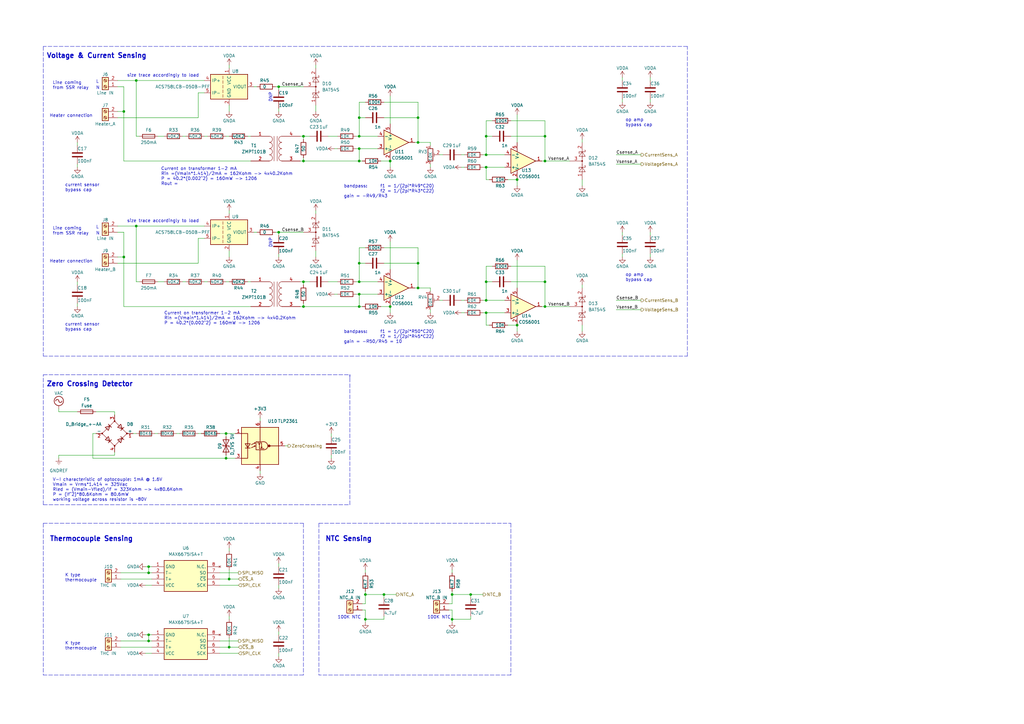
<source format=kicad_sch>
(kicad_sch (version 20211123) (generator eeschema)
  (paper "A3")
  (title_block (title "Reflow Controller"))
  (junction (at 160.02 66.04))
  (junction (at 93.98 265.43))
  (junction (at 199.39 68.58))
  (junction (at 160.02 125.73))
  (junction (at 114.3 95.25))
  (junction (at 147.32 107.95))
  (junction (at 171.45 58.42))
  (junction (at 149.86 243.84))
  (junction (at 199.39 123.19))
  (junction (at 212.09 73.66))
  (junction (at 185.42 243.84))
  (junction (at 223.52 115.57))
  (junction (at 171.45 118.11))
  (junction (at 147.32 66.04))
  (junction (at 114.3 35.56))
  (junction (at 92.71 177.8))
  (junction (at 147.32 125.73))
  (junction (at 199.39 55.88))
  (junction (at 60.96 262.89))
  (junction (at 60.96 234.95))
  (junction (at 147.32 120.65))
  (junction (at 185.42 254))
  (junction (at 147.32 115.57))
  (junction (at 199.39 115.57))
  (junction (at 147.32 55.88))
  (junction (at 50.8 105.41))
  (junction (at 55.88 92.71))
  (junction (at 149.86 254))
  (junction (at 223.52 66.04))
  (junction (at 124.46 125.73))
  (junction (at 199.39 128.27))
  (junction (at 193.04 243.84))
  (junction (at 212.09 133.35))
  (junction (at 124.46 66.04))
  (junction (at 50.8 45.72))
  (junction (at 60.96 260.35))
  (junction (at 223.52 125.73))
  (junction (at 93.98 237.49))
  (junction (at 124.46 115.57))
  (junction (at 60.96 232.41))
  (junction (at 157.48 243.84))
  (junction (at 171.45 48.26))
  (junction (at 55.88 33.02))
  (junction (at 171.45 107.95))
  (junction (at 124.46 55.88))
  (junction (at 147.32 48.26))
  (junction (at 223.52 55.88))
  (junction (at 92.71 187.96))
  (junction (at 199.39 63.5))
  (junction (at 147.32 60.96))
  (polyline (pts (xy 17.78 19.05) (xy 17.78 146.05)))
  (wire (pts (xy 266.7 31.75) (xy 266.7 33.02)))
  (wire (pts (xy 81.28 38.1) (xy 83.82 38.1)))
  (wire (pts (xy 50.8 105.41) (xy 50.8 125.73)))
  (polyline (pts (xy 124.46 214.63) (xy 124.46 276.86)))
  (wire (pts (xy 208.28 73.66) (xy 212.09 73.66)))
  (wire (pts (xy 184.15 250.19) (xy 185.42 250.19)))
  (polyline (pts (xy 17.78 214.63) (xy 124.46 214.63)))
  (wire (pts (xy 114.3 35.56) (xy 114.3 36.83)))
  (wire (pts (xy 147.32 125.73) (xy 148.59 125.73)))
  (wire (pts (xy 124.46 125.73) (xy 147.32 125.73)))
  (wire (pts (xy 223.52 115.57) (xy 223.52 125.73)))
  (wire (pts (xy 157.48 245.11) (xy 157.48 243.84)))
  (wire (pts (xy 223.52 115.57) (xy 209.55 115.57)))
  (wire (pts (xy 147.32 48.26) (xy 147.32 55.88)))
  (wire (pts (xy 201.93 115.57) (xy 199.39 115.57)))
  (wire (pts (xy 46.99 168.91) (xy 46.99 170.18)))
  (wire (pts (xy 64.77 55.88) (xy 67.31 55.88)))
  (wire (pts (xy 114.3 260.35) (xy 114.3 259.08)))
  (wire (pts (xy 147.32 120.65) (xy 154.94 120.65)))
  (wire (pts (xy 60.96 260.35) (xy 60.96 262.89)))
  (wire (pts (xy 146.05 60.96) (xy 147.32 60.96)))
  (wire (pts (xy 189.23 128.27) (xy 190.5 128.27)))
  (wire (pts (xy 199.39 73.66) (xy 200.66 73.66)))
  (polyline (pts (xy 143.51 207.01) (xy 143.51 153.67)))
  (polyline (pts (xy 130.81 214.63) (xy 209.55 214.63)))
  (wire (pts (xy 124.46 64.77) (xy 124.46 66.04)))
  (wire (pts (xy 223.52 109.22) (xy 223.52 115.57)))
  (wire (pts (xy 93.98 102.87) (xy 93.98 105.41)))
  (wire (pts (xy 157.48 243.84) (xy 149.86 243.84)))
  (wire (pts (xy 137.16 60.96) (xy 138.43 60.96)))
  (wire (pts (xy 93.98 224.79) (xy 93.98 226.06)))
  (wire (pts (xy 93.98 265.43) (xy 97.79 265.43)))
  (wire (pts (xy 114.3 232.41) (xy 114.3 231.14)))
  (polyline (pts (xy 17.78 153.67) (xy 143.51 153.67)))
  (wire (pts (xy 50.8 66.04) (xy 102.87 66.04)))
  (wire (pts (xy 198.12 63.5) (xy 199.39 63.5)))
  (wire (pts (xy 149.86 254) (xy 149.86 255.27)))
  (wire (pts (xy 185.42 242.57) (xy 185.42 243.84)))
  (wire (pts (xy 157.48 252.73) (xy 157.48 254)))
  (wire (pts (xy 50.8 45.72) (xy 48.26 45.72)))
  (wire (pts (xy 114.3 35.56) (xy 124.46 35.56)))
  (wire (pts (xy 255.27 104.14) (xy 255.27 105.41)))
  (wire (pts (xy 74.93 55.88) (xy 76.2 55.88)))
  (wire (pts (xy 129.54 43.18) (xy 129.54 45.72)))
  (wire (pts (xy 92.71 55.88) (xy 93.98 55.88)))
  (wire (pts (xy 93.98 43.18) (xy 93.98 45.72)))
  (wire (pts (xy 49.53 262.89) (xy 60.96 262.89)))
  (wire (pts (xy 149.86 233.68) (xy 149.86 234.95)))
  (wire (pts (xy 59.69 260.35) (xy 60.96 260.35)))
  (wire (pts (xy 157.48 41.91) (xy 171.45 41.91)))
  (wire (pts (xy 193.04 245.11) (xy 193.04 243.84)))
  (wire (pts (xy 212.09 46.99) (xy 212.09 58.42)))
  (wire (pts (xy 157.48 243.84) (xy 162.56 243.84)))
  (wire (pts (xy 50.8 35.56) (xy 50.8 45.72)))
  (wire (pts (xy 137.16 120.65) (xy 138.43 120.65)))
  (wire (pts (xy 157.48 101.6) (xy 171.45 101.6)))
  (wire (pts (xy 114.3 44.45) (xy 114.3 45.72)))
  (wire (pts (xy 104.14 95.25) (xy 105.41 95.25)))
  (wire (pts (xy 49.53 237.49) (xy 62.23 237.49)))
  (polyline (pts (xy 17.78 207.01) (xy 17.78 153.67)))
  (wire (pts (xy 198.12 128.27) (xy 199.39 128.27)))
  (polyline (pts (xy 17.78 207.01) (xy 143.51 207.01)))
  (wire (pts (xy 92.71 186.69) (xy 92.71 187.96)))
  (wire (pts (xy 59.69 240.03) (xy 62.23 240.03)))
  (wire (pts (xy 60.96 232.41) (xy 62.23 232.41)))
  (wire (pts (xy 157.48 254) (xy 149.86 254)))
  (wire (pts (xy 124.46 115.57) (xy 127 115.57)))
  (wire (pts (xy 114.3 95.25) (xy 114.3 96.52)))
  (wire (pts (xy 90.17 177.8) (xy 92.71 177.8)))
  (wire (pts (xy 223.52 55.88) (xy 223.52 66.04)))
  (wire (pts (xy 209.55 49.53) (xy 223.52 49.53)))
  (wire (pts (xy 252.73 127) (xy 262.89 127)))
  (wire (pts (xy 92.71 115.57) (xy 93.98 115.57)))
  (wire (pts (xy 185.42 247.65) (xy 184.15 247.65)))
  (wire (pts (xy 180.34 123.19) (xy 181.61 123.19)))
  (wire (pts (xy 39.37 177.8) (xy 38.1 177.8)))
  (wire (pts (xy 193.04 252.73) (xy 193.04 254)))
  (wire (pts (xy 104.14 35.56) (xy 105.41 35.56)))
  (wire (pts (xy 134.62 115.57) (xy 138.43 115.57)))
  (wire (pts (xy 38.1 187.96) (xy 92.71 187.96)))
  (wire (pts (xy 90.17 240.03) (xy 97.79 240.03)))
  (wire (pts (xy 31.75 124.46) (xy 31.75 125.73)))
  (wire (pts (xy 54.61 177.8) (xy 55.88 177.8)))
  (wire (pts (xy 147.32 101.6) (xy 147.32 107.95)))
  (wire (pts (xy 176.53 67.31) (xy 176.53 68.58)))
  (wire (pts (xy 124.46 66.04) (xy 147.32 66.04)))
  (wire (pts (xy 171.45 107.95) (xy 157.48 107.95)))
  (wire (pts (xy 198.12 123.19) (xy 199.39 123.19)))
  (wire (pts (xy 55.88 55.88) (xy 57.15 55.88)))
  (wire (pts (xy 90.17 262.89) (xy 97.79 262.89)))
  (wire (pts (xy 124.46 55.88) (xy 124.46 57.15)))
  (wire (pts (xy 266.7 40.64) (xy 266.7 41.91)))
  (wire (pts (xy 113.03 35.56) (xy 114.3 35.56)))
  (wire (pts (xy 135.89 186.69) (xy 135.89 187.96)))
  (wire (pts (xy 50.8 125.73) (xy 102.87 125.73)))
  (wire (pts (xy 208.28 133.35) (xy 212.09 133.35)))
  (wire (pts (xy 149.86 247.65) (xy 148.59 247.65)))
  (wire (pts (xy 48.26 107.95) (xy 81.28 107.95)))
  (wire (pts (xy 171.45 41.91) (xy 171.45 48.26)))
  (wire (pts (xy 170.18 58.42) (xy 171.45 58.42)))
  (wire (pts (xy 252.73 67.31) (xy 262.89 67.31)))
  (wire (pts (xy 223.52 49.53) (xy 223.52 55.88)))
  (wire (pts (xy 223.52 125.73) (xy 233.68 125.73)))
  (wire (pts (xy 176.53 118.11) (xy 176.53 119.38)))
  (wire (pts (xy 101.6 55.88) (xy 102.87 55.88)))
  (wire (pts (xy 147.32 115.57) (xy 154.94 115.57)))
  (wire (pts (xy 255.27 31.75) (xy 255.27 33.02)))
  (wire (pts (xy 185.42 250.19) (xy 185.42 254)))
  (wire (pts (xy 59.69 267.97) (xy 62.23 267.97)))
  (wire (pts (xy 124.46 124.46) (xy 124.46 125.73)))
  (wire (pts (xy 124.46 115.57) (xy 124.46 116.84)))
  (wire (pts (xy 222.25 125.73) (xy 223.52 125.73)))
  (wire (pts (xy 147.32 66.04) (xy 148.59 66.04)))
  (wire (pts (xy 238.76 133.35) (xy 238.76 135.89)))
  (wire (pts (xy 170.18 118.11) (xy 171.45 118.11)))
  (wire (pts (xy 147.32 120.65) (xy 147.32 125.73)))
  (wire (pts (xy 24.13 168.91) (xy 31.75 168.91)))
  (wire (pts (xy 148.59 250.19) (xy 149.86 250.19)))
  (wire (pts (xy 90.17 265.43) (xy 93.98 265.43)))
  (wire (pts (xy 223.52 66.04) (xy 233.68 66.04)))
  (wire (pts (xy 149.86 107.95) (xy 147.32 107.95)))
  (wire (pts (xy 222.25 66.04) (xy 223.52 66.04)))
  (wire (pts (xy 189.23 68.58) (xy 190.5 68.58)))
  (wire (pts (xy 48.26 33.02) (xy 55.88 33.02)))
  (wire (pts (xy 147.32 107.95) (xy 147.32 115.57)))
  (wire (pts (xy 193.04 243.84) (xy 198.12 243.84)))
  (wire (pts (xy 24.13 167.64) (xy 24.13 168.91)))
  (wire (pts (xy 81.28 97.79) (xy 83.82 97.79)))
  (wire (pts (xy 81.28 107.95) (xy 81.28 97.79)))
  (wire (pts (xy 123.19 55.88) (xy 124.46 55.88)))
  (wire (pts (xy 59.69 232.41) (xy 60.96 232.41)))
  (wire (pts (xy 201.93 49.53) (xy 199.39 49.53)))
  (wire (pts (xy 149.86 242.57) (xy 149.86 243.84)))
  (wire (pts (xy 238.76 57.15) (xy 238.76 58.42)))
  (wire (pts (xy 149.86 41.91) (xy 147.32 41.91)))
  (wire (pts (xy 55.88 115.57) (xy 57.15 115.57)))
  (polyline (pts (xy 281.94 19.05) (xy 17.78 19.05)))
  (wire (pts (xy 156.21 125.73) (xy 160.02 125.73)))
  (wire (pts (xy 39.37 168.91) (xy 46.99 168.91)))
  (wire (pts (xy 129.54 86.36) (xy 129.54 87.63)))
  (wire (pts (xy 212.09 106.68) (xy 212.09 118.11)))
  (wire (pts (xy 135.89 179.07) (xy 135.89 177.8)))
  (wire (pts (xy 199.39 115.57) (xy 199.39 123.19)))
  (wire (pts (xy 55.88 33.02) (xy 55.88 55.88)))
  (wire (pts (xy 60.96 260.35) (xy 62.23 260.35)))
  (wire (pts (xy 48.26 92.71) (xy 55.88 92.71)))
  (wire (pts (xy 124.46 66.04) (xy 123.19 66.04)))
  (wire (pts (xy 209.55 109.22) (xy 223.52 109.22)))
  (wire (pts (xy 116.84 182.88) (xy 118.11 182.88)))
  (wire (pts (xy 199.39 63.5) (xy 207.01 63.5)))
  (wire (pts (xy 171.45 118.11) (xy 176.53 118.11)))
  (wire (pts (xy 147.32 55.88) (xy 154.94 55.88)))
  (wire (pts (xy 64.77 115.57) (xy 67.31 115.57)))
  (wire (pts (xy 149.86 48.26) (xy 147.32 48.26)))
  (polyline (pts (xy 209.55 276.86) (xy 130.81 276.86)))
  (wire (pts (xy 255.27 40.64) (xy 255.27 41.91)))
  (wire (pts (xy 156.21 66.04) (xy 160.02 66.04)))
  (wire (pts (xy 113.03 95.25) (xy 114.3 95.25)))
  (wire (pts (xy 134.62 55.88) (xy 138.43 55.88)))
  (wire (pts (xy 238.76 116.84) (xy 238.76 118.11)))
  (wire (pts (xy 201.93 109.22) (xy 199.39 109.22)))
  (wire (pts (xy 160.02 125.73) (xy 160.02 128.27)))
  (wire (pts (xy 147.32 60.96) (xy 154.94 60.96)))
  (wire (pts (xy 106.68 171.45) (xy 106.68 172.72)))
  (wire (pts (xy 24.13 186.69) (xy 24.13 187.96)))
  (wire (pts (xy 199.39 133.35) (xy 200.66 133.35)))
  (wire (pts (xy 199.39 55.88) (xy 199.39 63.5)))
  (wire (pts (xy 38.1 177.8) (xy 38.1 187.96)))
  (polyline (pts (xy 281.94 146.05) (xy 281.94 19.05)))
  (polyline (pts (xy 143.51 153.67) (xy 143.51 154.94)))
  (wire (pts (xy 114.3 104.14) (xy 114.3 105.41)))
  (wire (pts (xy 55.88 33.02) (xy 83.82 33.02)))
  (wire (pts (xy 171.45 101.6) (xy 171.45 107.95)))
  (wire (pts (xy 93.98 86.36) (xy 93.98 87.63)))
  (wire (pts (xy 93.98 252.73) (xy 93.98 254)))
  (wire (pts (xy 46.99 185.42) (xy 46.99 186.69)))
  (wire (pts (xy 199.39 128.27) (xy 207.01 128.27)))
  (wire (pts (xy 171.45 58.42) (xy 171.45 48.26)))
  (wire (pts (xy 106.68 193.04) (xy 106.68 194.31)))
  (wire (pts (xy 252.73 123.19) (xy 262.89 123.19)))
  (wire (pts (xy 93.98 26.67) (xy 93.98 27.94)))
  (wire (pts (xy 92.71 177.8) (xy 96.52 177.8)))
  (wire (pts (xy 146.05 55.88) (xy 147.32 55.88)))
  (wire (pts (xy 180.34 63.5) (xy 181.61 63.5)))
  (wire (pts (xy 185.42 233.68) (xy 185.42 234.95)))
  (wire (pts (xy 101.6 115.57) (xy 102.87 115.57)))
  (wire (pts (xy 90.17 237.49) (xy 93.98 237.49)))
  (wire (pts (xy 198.12 68.58) (xy 199.39 68.58)))
  (wire (pts (xy 223.52 55.88) (xy 209.55 55.88)))
  (wire (pts (xy 199.39 128.27) (xy 199.39 133.35)))
  (wire (pts (xy 83.82 115.57) (xy 85.09 115.57)))
  (wire (pts (xy 60.96 262.89) (xy 62.23 262.89)))
  (polyline (pts (xy 17.78 214.63) (xy 17.78 276.86)))
  (wire (pts (xy 160.02 66.04) (xy 160.02 68.58)))
  (wire (pts (xy 189.23 123.19) (xy 190.5 123.19)))
  (wire (pts (xy 55.88 92.71) (xy 55.88 115.57)))
  (wire (pts (xy 83.82 55.88) (xy 85.09 55.88)))
  (polyline (pts (xy 209.55 214.63) (xy 209.55 276.86)))
  (polyline (pts (xy 124.46 276.86) (xy 17.78 276.86)))
  (wire (pts (xy 81.28 177.8) (xy 82.55 177.8)))
  (wire (pts (xy 212.09 133.35) (xy 212.09 135.89)))
  (wire (pts (xy 199.39 109.22) (xy 199.39 115.57)))
  (wire (pts (xy 149.86 101.6) (xy 147.32 101.6)))
  (wire (pts (xy 60.96 234.95) (xy 62.23 234.95)))
  (wire (pts (xy 50.8 45.72) (xy 50.8 66.04)))
  (wire (pts (xy 255.27 95.25) (xy 255.27 96.52)))
  (wire (pts (xy 160.02 99.06) (xy 160.02 110.49)))
  (wire (pts (xy 199.39 68.58) (xy 207.01 68.58)))
  (wire (pts (xy 124.46 125.73) (xy 123.19 125.73)))
  (wire (pts (xy 189.23 63.5) (xy 190.5 63.5)))
  (wire (pts (xy 149.86 243.84) (xy 149.86 247.65)))
  (wire (pts (xy 266.7 104.14) (xy 266.7 105.41)))
  (wire (pts (xy 93.98 237.49) (xy 97.79 237.49)))
  (wire (pts (xy 90.17 267.97) (xy 97.79 267.97)))
  (wire (pts (xy 92.71 187.96) (xy 96.52 187.96)))
  (wire (pts (xy 176.53 58.42) (xy 176.53 59.69)))
  (wire (pts (xy 146.05 120.65) (xy 147.32 120.65)))
  (wire (pts (xy 123.19 115.57) (xy 124.46 115.57)))
  (wire (pts (xy 72.39 177.8) (xy 73.66 177.8)))
  (wire (pts (xy 171.45 48.26) (xy 157.48 48.26)))
  (wire (pts (xy 114.3 267.97) (xy 114.3 269.24)))
  (wire (pts (xy 55.88 92.71) (xy 83.82 92.71)))
  (wire (pts (xy 50.8 105.41) (xy 48.26 105.41)))
  (wire (pts (xy 193.04 243.84) (xy 185.42 243.84)))
  (wire (pts (xy 129.54 102.87) (xy 129.54 105.41)))
  (wire (pts (xy 48.26 95.25) (xy 50.8 95.25)))
  (wire (pts (xy 49.53 265.43) (xy 62.23 265.43)))
  (wire (pts (xy 31.75 58.42) (xy 31.75 59.69)))
  (wire (pts (xy 171.45 58.42) (xy 176.53 58.42)))
  (wire (pts (xy 93.98 261.62) (xy 93.98 265.43)))
  (wire (pts (xy 48.26 35.56) (xy 50.8 35.56)))
  (wire (pts (xy 199.39 49.53) (xy 199.39 55.88)))
  (wire (pts (xy 252.73 63.5) (xy 262.89 63.5)))
  (wire (pts (xy 114.3 95.25) (xy 124.46 95.25)))
  (wire (pts (xy 212.09 73.66) (xy 212.09 76.2)))
  (wire (pts (xy 160.02 39.37) (xy 160.02 50.8)))
  (wire (pts (xy 63.5 177.8) (xy 64.77 177.8)))
  (wire (pts (xy 124.46 55.88) (xy 127 55.88)))
  (wire (pts (xy 31.75 115.57) (xy 31.75 116.84)))
  (wire (pts (xy 199.39 123.19) (xy 207.01 123.19)))
  (wire (pts (xy 176.53 127) (xy 176.53 128.27)))
  (wire (pts (xy 171.45 118.11) (xy 171.45 107.95)))
  (wire (pts (xy 48.26 48.26) (xy 81.28 48.26)))
  (polyline (pts (xy 17.78 146.05) (xy 281.94 146.05)))
  (wire (pts (xy 46.99 186.69) (xy 24.13 186.69)))
  (wire (pts (xy 193.04 254) (xy 185.42 254)))
  (wire (pts (xy 201.93 55.88) (xy 199.39 55.88)))
  (wire (pts (xy 238.76 73.66) (xy 238.76 76.2)))
  (wire (pts (xy 149.86 250.19) (xy 149.86 254)))
  (wire (pts (xy 50.8 95.25) (xy 50.8 105.41)))
  (wire (pts (xy 199.39 68.58) (xy 199.39 73.66)))
  (wire (pts (xy 93.98 233.68) (xy 93.98 237.49)))
  (wire (pts (xy 92.71 177.8) (xy 92.71 179.07)))
  (wire (pts (xy 60.96 232.41) (xy 60.96 234.95)))
  (wire (pts (xy 129.54 26.67) (xy 129.54 27.94)))
  (polyline (pts (xy 130.81 214.63) (xy 130.81 276.86)))
  (wire (pts (xy 74.93 115.57) (xy 76.2 115.57)))
  (wire (pts (xy 185.42 243.84) (xy 185.42 247.65)))
  (wire (pts (xy 81.28 48.26) (xy 81.28 38.1)))
  (wire (pts (xy 49.53 234.95) (xy 60.96 234.95)))
  (wire (pts (xy 185.42 254) (xy 185.42 255.27)))
  (wire (pts (xy 147.32 41.91) (xy 147.32 48.26)))
  (wire (pts (xy 146.05 115.57) (xy 147.32 115.57)))
  (wire (pts (xy 90.17 234.95) (xy 97.79 234.95)))
  (wire (pts (xy 31.75 67.31) (xy 31.75 68.58)))
  (wire (pts (xy 147.32 60.96) (xy 147.32 66.04)))
  (wire (pts (xy 266.7 95.25) (xy 266.7 96.52)))
  (wire (pts (xy 114.3 240.03) (xy 114.3 241.3)))
  (text "V-I characteristic of optocouple: 1mA @ 1.6V\nVmain = Vrms*1.414 = 325Vac\nRled = (Vmain-Vfled)/If = 323Kohm -> 4x80.6Kohm\nP = (If^2)*80.6Kohm = 80.6mW\nworking voltage across resistor is ~80V " (at 21.59 205.74 0) (effects (font (size 1.27 1.27)) (justify left bottom)))
  (text "Line coming \nfrom SSR relay" (at 21.59 96.52 0) (effects (font (size 1.27 1.27)) (justify left bottom)))
  (text "Voltage & Current Sensing" (at 19.05 24.13 0) (effects (font (size 2 2) (thickness 0.4) bold) (justify left bottom)))
  (text "100K NTC" (at 175.26 254 0) (effects (font (size 1.27 1.27)) (justify left bottom)))
  (text "size trace accordingly to load" (at 52.07 31.75 0) (effects (font (size 1.27 1.27)) (justify left bottom)))
  (text "N\n" (at 39.37 96.52 0) (effects (font (size 1.27 1.27)) (justify left bottom)))
  (text "Current on transformer 1-2 mA\nRin =(Vmain*1.414)/2mA = 162Kohm -> 4x40.2Kohm\nP = 40.2*(0.002^2) = 160mW -> 1206\nRout =" (at 66.04 76.2 0) (effects (font (size 1.27 1.27)) (justify left bottom)))
  (text "Current on transformer 1-2 mA\nRin =(Vmain*1.414)/2mA = 162Kohm -> 4x40.2Kohm\nP = 40.2*(0.002^2) = 160mW -> 1206\n" (at 67.31 133.35 0) (effects (font (size 1.27 1.27)) (justify left bottom)))
  (text "L" (at 39.37 34.29 0) (effects (font (size 1.27 1.27)) (justify left bottom)))
  (text "bandpass:	f1 = 1/(2pi*R50*C20)\n			f2 = 1/(2pi*R45*C22)\ngain = -R50/R45 = 10\n" (at 140.97 140.97 0) (effects (font (size 1.27 1.27)) (justify left bottom)))
  (text "N\n" (at 39.37 36.83 0) (effects (font (size 1.27 1.27)) (justify left bottom)))
  (text "Line coming \nfrom SSR relay" (at 21.59 36.83 0) (effects (font (size 1.27 1.27)) (justify left bottom)))
  (text "Heater connection" (at 20.32 48.26 0) (effects (font (size 1.27 1.27)) (justify left bottom)))
  (text "DNP\n" (at 111.76 41.91 90) (effects (font (size 1.27 1.27)) (justify left bottom)))
  (text "op amp\nbypass cap\n" (at 256.54 52.07 0) (effects (font (size 1.27 1.27)) (justify left bottom)))
  (text "Heater connection" (at 20.32 107.95 0) (effects (font (size 1.27 1.27)) (justify left bottom)))
  (text "NTC Sensing" (at 133.35 222.25 0) (effects (font (size 2 2) (thickness 0.4) bold) (justify left bottom)))
  (text "K type \nthermocouple" (at 26.67 238.76 0) (effects (font (size 1.27 1.27)) (justify left bottom)))
  (text "size trace accordingly to load" (at 52.07 91.44 0) (effects (font (size 1.27 1.27)) (justify left bottom)))
  (text "bandpass:	f1 = 1/(2pi*R49*C20)\n			f2 = 1/(2pi*R43*C22)\ngain = -R49/R43\n" (at 140.97 81.28 0) (effects (font (size 1.27 1.27)) (justify left bottom)))
  (text "Zero Crossing Detector\n" (at 19.05 158.75 0) (effects (font (size 2 2) (thickness 0.4) bold) (justify left bottom)))
  (text "current sensor\nbypass cap\n" (at 26.67 78.74 0) (effects (font (size 1.27 1.27)) (justify left bottom)))
  (text "op amp\nbypass cap\n" (at 256.54 115.57 0) (effects (font (size 1.27 1.27)) (justify left bottom)))
  (text "Thermocouple Sensing" (at 20.32 222.25 0) (effects (font (size 2 2) (thickness 0.4) bold) (justify left bottom)))
  (text "DNP\n" (at 111.76 101.6 90) (effects (font (size 1.27 1.27)) (justify left bottom)))
  (text "100K NTC" (at 138.43 254 0) (effects (font (size 1.27 1.27)) (justify left bottom)))
  (text "current sensor\nbypass cap\n" (at 26.67 135.89 0) (effects (font (size 1.27 1.27)) (justify left bottom)))
  (text "K type \nthermocouple" (at 26.67 266.7 0) (effects (font (size 1.27 1.27)) (justify left bottom)))
  (text "L" (at 39.37 93.98 0) (effects (font (size 1.27 1.27)) (justify left bottom)))
  (label "Vsense_A" (at 252.73 67.31 0))
  (label "Csense_B" (at 252.73 123.19 0))
  (label "Csense_A" (at 115.57 35.56 0))
  (label "Vsense_B" (at 252.73 127 0))
  (label "Csense_A" (at 252.73 63.5 0))
  (label "Vsense_A" (at 224.79 66.04 0))
  (label "Csense_B" (at 115.57 95.25 0))
  (label "Vsense_B" (at 224.79 125.73 0))
  (hierarchical_label "SPI_CLK" (shape input) (at 97.79 267.97 0))
  (hierarchical_label "ZeroCrossing" (shape output) (at 118.11 182.88 0))
  (hierarchical_label "~{CS}_A" (shape input) (at 97.79 237.49 0))
  (hierarchical_label "CurrentSens_A" (shape output) (at 262.89 63.5 0))
  (hierarchical_label "SPI_MISO" (shape output) (at 97.79 234.95 0))
  (hierarchical_label "NTC_B" (shape output) (at 198.12 243.84 0))
  (hierarchical_label "SPI_CLK" (shape input) (at 97.79 240.03 0))
  (hierarchical_label "VoltageSens_B" (shape output) (at 262.89 127 0))
  (hierarchical_label "CurrentSens_B" (shape output) (at 262.89 123.19 0))
  (hierarchical_label "NTC_A" (shape output) (at 162.56 243.84 0))
  (hierarchical_label "SPI_MISO" (shape output) (at 97.79 262.89 0))
  (hierarchical_label "~{CS}_B" (shape input) (at 97.79 265.43 0))
  (hierarchical_label "VoltageSens_A" (shape output) (at 262.89 67.31 0))
  (symbol (lib_id "Device:Fuse") (at 60.96 115.57 90) (unit 1)
    (property "Reference" "F7" (at 60.96 113.03 90))
    (property "Value" "250mA" (at 60.96 118.11 90))
    (property "Footprint" "footprint_lib:Circular_fuse" (effects hide))
  )
  (symbol (lib_id "power:GNDA") (at 129.54 45.72 0) (unit 1)
    (property "Reference" "#PWR084" (effects hide))
    (property "Value" "GNDA" (at 129.54 49.53 0))
  )
  (symbol (lib_id "power:VDDA") (at 149.86 233.68 0) (unit 1)
    (property "Reference" "#PWR091" (effects hide))
    (property "Value" "VDDA" (at 149.86 229.87 0))
  )
  (symbol (lib_id "Device:R") (at 185.42 238.76 0) (unit 1)
    (property "Reference" "R58" (at 187.96 237.49 90) (effects (justify right)))
    (property "Value" "4K7" (at 185.42 237.49 90) (effects (justify right)))
    (property "Footprint" "Resistor_SMD:R_0603_1608Metric" (effects hide))
  )
  (symbol (lib_id "power:GNDA") (at 31.75 68.58 0) (unit 1)
    (property "Reference" "#PWR062" (effects hide))
    (property "Value" "GNDA" (at 31.75 72.39 0))
  )
  (symbol (lib_id "Device:R") (at 153.67 101.6 270) (unit 1)
    (property "Reference" "R57" (at 154.94 99.06 90) (effects (justify right)))
    (property "Value" "100K" (at 156.21 101.6 90) (effects (justify right)))
    (property "Footprint" "Resistor_SMD:R_0603_1608Metric" (effects hide))
  )
  (symbol (lib_id "power:GNDA") (at 266.7 41.91 0) (unit 1)
    (property "Reference" "#PWR0116" (effects hide))
    (property "Value" "GNDA" (at 266.7 45.72 0))
  )
  (symbol (lib_id "power:GNDA") (at 176.53 68.58 0) (unit 1)
    (property "Reference" "#PWR097" (effects hide))
    (property "Value" "GNDA" (at 176.53 72.39 0))
  )
  (symbol (lib_id "Device:R") (at 205.74 109.22 270) (unit 1)
    (property "Reference" "R66" (at 207.01 106.68 90) (effects (justify right)))
    (property "Value" "100K" (at 208.28 109.22 90) (effects (justify right)))
    (property "Footprint" "Resistor_SMD:R_0603_1608Metric" (effects hide))
  )
  (symbol (lib_id "Device:R") (at 152.4 66.04 90) (unit 1)
    (property "Reference" "R54" (at 151.13 68.58 90) (effects (justify right)))
    (property "Value" "10K" (at 151.13 66.04 90) (effects (justify right)))
    (property "Footprint" "Resistor_SMD:R_0603_1608Metric" (effects hide))
  )
  (symbol (lib_id "Device:R") (at 194.31 68.58 270) (unit 1)
    (property "Reference" "R60" (at 195.58 66.04 90) (effects (justify right)))
    (property "Value" "10K" (at 195.58 68.58 90) (effects (justify right)))
    (property "Footprint" "Resistor_SMD:R_0603_1608Metric" (effects hide))
  )
  (symbol (lib_id "power:VDDA") (at 59.69 240.03 90) (unit 1)
    (property "Reference" "#PWR066" (effects hide))
    (property "Value" "VDDA" (at 54.61 240.03 90))
  )
  (symbol (lib_id "Device:R") (at 205.74 49.53 270) (unit 1)
    (property "Reference" "R65" (at 207.01 46.99 90) (effects (justify right)))
    (property "Value" "100K" (at 208.28 49.53 90) (effects (justify right)))
    (property "Footprint" "Resistor_SMD:R_0603_1608Metric" (effects hide))
  )
  (symbol (lib_id "Isolator:TLP2748") (at 106.68 182.88 0) (unit 1)
    (property "Reference" "U10" (at 111.76 172.72 0))
    (property "Value" "TLP2361" (at 118.11 172.72 0))
    (property "Footprint" "footprint_lib:11-4L1S_5-PIN-SOIC_" (effects hide))
    (property "Datasheet" "./datasheets/TLP2361_datasheet_en_20151102-1079441.pdf" (effects hide))
  )
  (symbol (lib_id "power:VDDA") (at 212.09 106.68 0) (unit 1)
    (property "Reference" "#PWR0105" (effects hide))
    (property "Value" "VDDA" (at 212.09 102.87 0))
  )
  (symbol (lib_id "power:GNDA") (at 266.7 105.41 0) (unit 1)
    (property "Reference" "#PWR0118" (effects hide))
    (property "Value" "GNDA" (at 266.7 109.22 0))
  )
  (symbol (lib_id "power:VDDA") (at 93.98 26.67 0) (unit 1)
    (property "Reference" "#PWR069" (effects hide))
    (property "Value" "VDDA" (at 93.98 22.86 0))
  )
  (symbol (lib_id "Device:R") (at 97.79 55.88 270) (unit 1)
    (property "Reference" "R43" (at 97.79 58.42 90))
    (property "Value" "40K2" (at 97.79 55.88 90))
    (property "Footprint" "Resistor_SMD:R_1206_3216Metric_Pad1.30x1.75mm_HandSolder" (effects hide))
  )
  (symbol (lib_id "power:VDDA") (at 185.42 233.68 0) (unit 1)
    (property "Reference" "#PWR099" (effects hide))
    (property "Value" "VDDA" (at 185.42 229.87 0))
  )
  (symbol (lib_id "Device:C") (at 130.81 55.88 90) (unit 1)
    (property "Reference" "C23" (at 130.81 52.07 90) (effects (justify left)))
    (property "Value" "1uF" (at 134.62 52.07 90) (effects (justify left)))
    (property "Footprint" "Capacitor_SMD:C_0805_2012Metric" (effects hide))
  )
  (symbol (lib_id "Device:R") (at 88.9 55.88 90) (unit 1)
    (property "Reference" "R39" (at 88.9 53.34 90))
    (property "Value" "40K2" (at 88.9 55.88 90))
    (property "Footprint" "Resistor_SMD:R_1206_3216Metric_Pad1.30x1.75mm_HandSolder" (effects hide))
  )
  (symbol (lib_id "power:GNDA") (at 59.69 232.41 270) (unit 1)
    (property "Reference" "#PWR065" (effects hide))
    (property "Value" "GNDA" (at 54.61 232.41 90))
  )
  (symbol (lib_id "Device:R") (at 93.98 257.81 0) (unit 1)
    (property "Reference" "R42" (at 96.52 256.54 90) (effects (justify right)))
    (property "Value" "10K" (at 93.98 256.54 90) (effects (justify right)))
    (property "Footprint" "Resistor_SMD:R_0603_1608Metric" (effects hide))
  )
  (symbol (lib_id "power:GNDA") (at 160.02 128.27 0) (unit 1)
    (property "Reference" "#PWR096" (effects hide))
    (property "Value" "GNDA" (at 160.02 132.08 0))
  )
  (symbol (lib_id "power:VDDA") (at 59.69 267.97 90) (unit 1)
    (property "Reference" "#PWR068" (effects hide))
    (property "Value" "VDDA" (at 54.61 267.97 90))
  )
  (symbol (lib_id "Device:C") (at 31.75 120.65 0) (unit 1)
    (property "Reference" "C18" (at 31.75 118.11 0) (effects (justify left)))
    (property "Value" "100nF" (at 31.75 123.19 0) (effects (justify left)))
    (property "Footprint" "Capacitor_SMD:C_0603_1608Metric" (effects hide))
  )
  (symbol (lib_id "power:VDDA") (at 31.75 115.57 0) (unit 1)
    (property "Reference" "#PWR063" (effects hide))
    (property "Value" "VDDA" (at 31.75 111.76 0))
  )
  (symbol (lib_id "power:VDDA") (at 189.23 128.27 90) (unit 1)
    (property "Reference" "#PWR0102" (effects hide))
    (property "Value" "VDDA" (at 184.15 128.27 90))
  )
  (symbol (lib_id "Diode:BAT54S") (at 238.76 125.73 270) (mirror x) (unit 1)
    (property "Reference" "D13" (at 241.3 124.4599 90) (effects (justify left)))
    (property "Value" "BAT54S" (at 241.3 126.9999 90) (effects (justify left)))
    (property "Footprint" "Package_TO_SOT_SMD:SOT-23" (effects hide))
    (property "Datasheet" "./datasheets/BAT54_A_C_S.pdf" (effects hide))
  )
  (symbol (lib_id "power:GNDA") (at 114.3 241.3 0) (unit 1)
    (property "Reference" "#PWR080" (effects hide))
    (property "Value" "GNDA" (at 114.3 245.11 0))
  )
  (symbol (lib_id "comp_lib:MAX6675ISA+T") (at 62.23 232.41 0) (unit 1)
    (property "Reference" "U6" (at 76.2 224.79 0))
    (property "Value" "MAX6675ISA+T" (at 76.2 227.33 0))
    (property "Footprint" "footprint_lib:SOIC127P600X175-8N" (effects hide))
    (property "Datasheet" ".\\datasheets\\MAX6675-3130113.pdf" (effects hide))
    (property "Reference_1" "IC" (effects hide))
    (property "Value_1" "MAX6675ISA+T" (effects hide))
    (property "Footprint_1" "SOIC127P600X175-8N" (effects hide))
    (property "Datasheet_1" "https://datasheets.maximintegrated.com/en/ds/MAX6675.pdf" (effects hide))
    (property "Height" "1.75" (effects hide))
    (property "Mouser Part Number" "700-MAX6675ISAT" (effects hide))
    (property "Mouser Price/Stock" "https://www.mouser.co.uk/ProductDetail/Analog-Devices-Maxim-Integrated/MAX6675ISA%2bT?qs=1THa7WoU59FV%2FT3S8QjZ%252Bg%3D%3D" (effects hide))
    (property "Manufacturer_Name" "Analog Devices" (effects hide))
    (property "Manufacturer_Part_Number" "MAX6675ISA+T" (effects hide))
  )
  (symbol (lib_id "power:VDDA") (at 114.3 231.14 0) (unit 1)
    (property "Reference" "#PWR079" (effects hide))
    (property "Value" "VDDA" (at 114.3 227.33 0))
  )
  (symbol (lib_id "comp_lib:MAX6675ISA+T") (at 62.23 260.35 0) (unit 1)
    (property "Reference" "U7" (at 76.2 252.73 0))
    (property "Value" "MAX6675ISA+T" (at 76.2 255.27 0))
    (property "Footprint" "footprint_lib:SOIC127P600X175-8N" (effects hide))
    (property "Datasheet" ".\\datasheets\\MAX6675-3130113.pdf" (effects hide))
    (property "Reference_1" "IC" (effects hide))
    (property "Value_1" "MAX6675ISA+T" (effects hide))
    (property "Footprint_1" "SOIC127P600X175-8N" (effects hide))
    (property "Datasheet_1" "https://datasheets.maximintegrated.com/en/ds/MAX6675.pdf" (effects hide))
    (property "Height" "1.75" (effects hide))
    (property "Mouser Part Number" "700-MAX6675ISAT" (effects hide))
    (property "Mouser Price/Stock" "https://www.mouser.co.uk/ProductDetail/Analog-Devices-Maxim-Integrated/MAX6675ISA%2bT?qs=1THa7WoU59FV%2FT3S8QjZ%252Bg%3D%3D" (effects hide))
    (property "Manufacturer_Name" "Analog Devices" (effects hide))
    (property "Manufacturer_Part_Number" "MAX6675ISA+T" (effects hide))
  )
  (symbol (lib_id "Device:R") (at 68.58 177.8 90) (unit 1)
    (property "Reference" "R32" (at 68.58 175.26 90))
    (property "Value" "80K6" (at 68.58 177.8 90))
    (property "Footprint" "Resistor_SMD:R_0805_2012Metric_Pad1.20x1.40mm_HandSolder" (effects hide))
  )
  (symbol (lib_id "power:GNDA") (at 59.69 260.35 270) (unit 1)
    (property "Reference" "#PWR067" (effects hide))
    (property "Value" "GNDA" (at 54.61 260.35 90))
  )
  (symbol (lib_id "Device:R") (at 80.01 55.88 90) (unit 1)
    (property "Reference" "R36" (at 80.01 53.34 90))
    (property "Value" "40K2" (at 80.01 55.88 90))
    (property "Footprint" "Resistor_SMD:R_1206_3216Metric_Pad1.30x1.75mm_HandSolder" (effects hide))
  )
  (symbol (lib_id "Device:R") (at 124.46 120.65 180) (unit 1)
    (property "Reference" "R48" (at 121.92 120.65 90))
    (property "Value" "50" (at 124.46 120.65 90))
    (property "Footprint" "Resistor_SMD:R_0805_2012Metric_Pad1.20x1.40mm_HandSolder" (effects hide))
  )
  (symbol (lib_id "Device:C") (at 130.81 115.57 90) (unit 1)
    (property "Reference" "C24" (at 130.81 111.76 90) (effects (justify left)))
    (property "Value" "1uF" (at 134.62 111.76 90) (effects (justify left)))
    (property "Footprint" "Capacitor_SMD:C_0805_2012Metric" (effects hide))
  )
  (symbol (lib_id "power:VDDA") (at 93.98 86.36 0) (unit 1)
    (property "Reference" "#PWR071" (effects hide))
    (property "Value" "VDDA" (at 93.98 82.55 0))
  )
  (symbol (lib_id "Connector:Screw_Terminal_01x02") (at 43.18 107.95 180) (unit 1)
    (property "Reference" "J9" (at 43.18 102.87 0))
    (property "Value" "Heater_B" (at 43.18 110.49 0))
    (property "Footprint" "TerminalBlock:TerminalBlock_bornier-2_P5.08mm" (effects hide))
  )
  (symbol (lib_id "Device:R") (at 142.24 120.65 270) (unit 1)
    (property "Reference" "R52" (at 143.51 118.11 90) (effects (justify right)))
    (property "Value" "10K" (at 143.51 120.65 90) (effects (justify right)))
    (property "Footprint" "Resistor_SMD:R_0603_1608Metric" (effects hide))
  )
  (symbol (lib_id "Device:R") (at 153.67 41.91 270) (unit 1)
    (property "Reference" "R56" (at 154.94 39.37 90) (effects (justify right)))
    (property "Value" "100K" (at 156.21 41.91 90) (effects (justify right)))
    (property "Footprint" "Resistor_SMD:R_0603_1608Metric" (effects hide))
  )
  (symbol (lib_id "Device:R") (at 88.9 115.57 90) (unit 1)
    (property "Reference" "R40" (at 88.9 113.03 90))
    (property "Value" "40K2" (at 88.9 115.57 90))
    (property "Footprint" "Resistor_SMD:R_1206_3216Metric_Pad1.30x1.75mm_HandSolder" (effects hide))
  )
  (symbol (lib_id "Device:C") (at 255.27 100.33 0) (unit 1)
    (property "Reference" "C35" (at 255.27 97.79 0) (effects (justify left)))
    (property "Value" "100nF" (at 255.27 102.87 0) (effects (justify left)))
    (property "Footprint" "Capacitor_SMD:C_0603_1608Metric" (effects hide))
  )
  (symbol (lib_id "power:GNDA") (at 160.02 68.58 0) (unit 1)
    (property "Reference" "#PWR094" (effects hide))
    (property "Value" "GNDA" (at 160.02 72.39 0))
  )
  (symbol (lib_id "Amplifier_Operational:LM321") (at 214.63 125.73 0) (unit 1)
    (property "Reference" "U14" (at 215.9 129.54 0))
    (property "Value" "COS6001" (at 217.17 132.08 0))
    (property "Footprint" "Package_TO_SOT_SMD:SOT-23-5" (effects hide))
    (property "Datasheet" ".\\datasheets\\2212150930_COSINE-COS6001TR_C5306796.pdf" (effects hide))
  )
  (symbol (lib_id "Device:C") (at 266.7 36.83 0) (unit 1)
    (property "Reference" "C36" (at 266.7 34.29 0) (effects (justify left)))
    (property "Value" "100nF" (at 266.7 39.37 0) (effects (justify left)))
    (property "Footprint" "Capacitor_SMD:C_0603_1608Metric" (effects hide))
  )
  (symbol (lib_id "power:VDDA") (at 137.16 60.96 90) (unit 1)
    (property "Reference" "#PWR089" (effects hide))
    (property "Value" "VDDA" (at 132.08 60.96 90))
  )
  (symbol (lib_id "power:GNDREF") (at 24.13 187.96 0) (unit 1)
    (property "Reference" "#PWR060" (effects hide))
    (property "Value" "GNDREF" (at 24.13 193.04 0))
  )
  (symbol (lib_id "power:GNDA") (at 185.42 255.27 0) (unit 1)
    (property "Reference" "#PWR0100" (effects hide))
    (property "Value" "GNDA" (at 185.42 259.08 0))
  )
  (symbol (lib_id "power:VDDA") (at 238.76 116.84 0) (unit 1)
    (property "Reference" "#PWR0109" (effects hide))
    (property "Value" "VDDA" (at 238.76 113.03 0))
  )
  (symbol (lib_id "Device:C") (at 266.7 100.33 0) (unit 1)
    (property "Reference" "C37" (at 266.7 97.79 0) (effects (justify left)))
    (property "Value" "100nF" (at 266.7 102.87 0) (effects (justify left)))
    (property "Footprint" "Capacitor_SMD:C_0603_1608Metric" (effects hide))
  )
  (symbol (lib_id "power:VDDA") (at 31.75 58.42 0) (unit 1)
    (property "Reference" "#PWR061" (effects hide))
    (property "Value" "VDDA" (at 31.75 54.61 0))
  )
  (symbol (lib_id "Device:C") (at 205.74 55.88 90) (unit 1)
    (property "Reference" "C32" (at 207.01 52.07 90) (effects (justify left)))
    (property "Value" "1n" (at 208.28 59.69 90) (effects (justify left)))
    (property "Footprint" "Capacitor_SMD:C_0603_1608Metric" (effects hide))
  )
  (symbol (lib_id "Device:C") (at 135.89 182.88 0) (unit 1)
    (property "Reference" "C25" (at 135.89 180.34 0) (effects (justify left)))
    (property "Value" "100nF" (at 135.89 185.42 0) (effects (justify left)))
    (property "Footprint" "Capacitor_SMD:C_0603_1608Metric" (effects hide))
  )
  (symbol (lib_id "power:GNDA") (at 149.86 255.27 0) (unit 1)
    (property "Reference" "#PWR092" (effects hide))
    (property "Value" "GNDA" (at 149.86 259.08 0))
  )
  (symbol (lib_id "power:GNDA") (at 255.27 105.41 0) (unit 1)
    (property "Reference" "#PWR0114" (effects hide))
    (property "Value" "GNDA" (at 255.27 109.22 0))
  )
  (symbol (lib_id "Device:C") (at 114.3 100.33 0) (unit 1)
    (property "Reference" "C20" (at 114.3 97.79 0) (effects (justify left)))
    (property "Value" "100nF" (at 114.3 102.87 0) (effects (justify left)))
    (property "Footprint" "Capacitor_SMD:C_0603_1608Metric" (effects hide))
  )
  (symbol (lib_id "Sensor_Current:ACS758xCB-050B-PFF") (at 93.98 35.56 0) (unit 1)
    (property "Reference" "U8" (at 96.52 29.21 0))
    (property "Value" "ACS758LCB-050B-PFF" (at 74.93 35.56 0))
    (property "Footprint" "Sensor_Current:Allegro_CB_PFF" (effects hide))
    (property "Datasheet" "http://www.allegromicro.com/~/media/Files/Datasheets/ACS758-Datasheet.ashx?la=en" (effects hide))
  )
  (symbol (lib_id "Connector:Screw_Terminal_01x02") (at 43.18 35.56 180) (unit 1)
    (property "Reference" "J6" (at 43.18 30.48 0))
    (property "Value" "Line IN" (at 43.18 38.1 0))
    (property "Footprint" "TerminalBlock:TerminalBlock_bornier-2_P5.08mm" (effects hide))
  )
  (symbol (lib_id "power:VDDA") (at 137.16 120.65 90) (unit 1)
    (property "Reference" "#PWR090" (effects hide))
    (property "Value" "VDDA" (at 132.08 120.65 90))
  )
  (symbol (lib_id "Connector:Screw_Terminal_01x02") (at 43.18 95.25 180) (unit 1)
    (property "Reference" "J8" (at 43.18 90.17 0))
    (property "Value" "Line IN" (at 43.18 97.79 0))
    (property "Footprint" "TerminalBlock:TerminalBlock_bornier-2_P5.08mm" (effects hide))
  )
  (symbol (lib_id "Device:R") (at 71.12 55.88 90) (unit 1)
    (property "Reference" "R33" (at 71.12 53.34 90))
    (property "Value" "40K2" (at 71.12 55.88 90))
    (property "Footprint" "Resistor_SMD:R_1206_3216Metric_Pad1.30x1.75mm_HandSolder" (effects hide))
  )
  (symbol (lib_id "power:GNDA") (at 31.75 125.73 0) (unit 1)
    (property "Reference" "#PWR064" (effects hide))
    (property "Value" "GNDA" (at 31.75 129.54 0))
  )
  (symbol (lib_id "Device:D_TVS") (at 92.71 182.88 90) (unit 1)
    (property "Reference" "D9" (at 90.17 181.61 0) (effects (justify right)))
    (property "Value" "D_TVS 5V" (at 95.25 177.8 0) (effects (justify right)))
    (property "Footprint" "Diode_SMD:D_SOD-523" (effects hide))
  )
  (symbol (lib_id "Device:R_Potentiometer_Trim") (at 176.53 63.5 0) (unit 1)
    (property "Reference" "RV3" (at 175.26 62.23 0) (effects (justify right)))
    (property "Value" "10K" (at 176.53 62.23 90) (effects (justify right)))
    (property "Footprint" "footprint_lib:TC33X2503E" (effects hide))
  )
  (symbol (lib_id "Device:R") (at 194.31 63.5 270) (unit 1)
    (property "Reference" "R59" (at 195.58 60.96 90) (effects (justify right)))
    (property "Value" "10K" (at 195.58 63.5 90) (effects (justify right)))
    (property "Footprint" "Resistor_SMD:R_0603_1608Metric" (effects hide))
  )
  (symbol (lib_id "power:GNDA") (at 238.76 76.2 0) (unit 1)
    (property "Reference" "#PWR0108" (effects hide))
    (property "Value" "GNDA" (at 238.76 80.01 0))
  )
  (symbol (lib_id "Device:R") (at 86.36 177.8 90) (unit 1)
    (property "Reference" "R38" (at 86.36 175.26 90))
    (property "Value" "80K6" (at 86.36 177.8 90))
    (property "Footprint" "Resistor_SMD:R_0805_2012Metric_Pad1.20x1.40mm_HandSolder" (effects hide))
  )
  (symbol (lib_id "power:GNDA") (at 176.53 128.27 0) (unit 1)
    (property "Reference" "#PWR098" (effects hide))
    (property "Value" "GNDA" (at 176.53 132.08 0))
  )
  (symbol (lib_id "Amplifier_Operational:LM321") (at 162.56 118.11 0) (unit 1)
    (property "Reference" "U12" (at 163.83 121.92 0))
    (property "Value" "COS6001" (at 165.1 124.46 0))
    (property "Footprint" "Package_TO_SOT_SMD:SOT-23-5" (effects hide))
    (property "Datasheet" ".\\datasheets\\2212150930_COSINE-COS6001TR_C5306796.pdf" (effects hide))
  )
  (symbol (lib_id "Connector:Screw_Terminal_01x02") (at 44.45 237.49 180) (unit 1)
    (property "Reference" "J10" (at 44.45 232.41 0))
    (property "Value" "THC IN" (at 44.45 240.03 0))
    (property "Footprint" "TerminalBlock_Phoenix:TerminalBlock_Phoenix_MPT-0,5-2-2.54_1x02_P2.54mm_Horizontal" (effects hide))
  )
  (symbol (lib_id "Device:C") (at 153.67 107.95 90) (unit 1)
    (property "Reference" "C27" (at 154.94 104.14 90) (effects (justify left)))
    (property "Value" "1n" (at 156.21 111.76 90) (effects (justify left)))
    (property "Footprint" "Capacitor_SMD:C_0603_1608Metric" (effects hide))
  )
  (symbol (lib_id "Device:R") (at 152.4 125.73 90) (unit 1)
    (property "Reference" "R55" (at 151.13 128.27 90) (effects (justify right)))
    (property "Value" "10K" (at 151.13 125.73 90) (effects (justify right)))
    (property "Footprint" "Resistor_SMD:R_0603_1608Metric" (effects hide))
  )
  (symbol (lib_id "power:VDDA") (at 129.54 26.67 0) (unit 1)
    (property "Reference" "#PWR083" (effects hide))
    (property "Value" "VDDA" (at 129.54 22.86 0))
  )
  (symbol (lib_id "Connector:Screw_Terminal_01x02") (at 179.07 250.19 180) (unit 1)
    (property "Reference" "J13" (at 179.07 242.57 0))
    (property "Value" "NTC_B IN" (at 179.07 245.11 0))
    (property "Footprint" "TerminalBlock_Phoenix:TerminalBlock_Phoenix_MPT-0,5-2-2.54_1x02_P2.54mm_Horizontal" (effects hide))
  )
  (symbol (lib_id "power:GNDA") (at 114.3 45.72 0) (unit 1)
    (property "Reference" "#PWR077" (effects hide))
    (property "Value" "GNDA" (at 114.3 49.53 0))
  )
  (symbol (lib_id "power:VDDA") (at 266.7 31.75 0) (unit 1)
    (property "Reference" "#PWR0115" (effects hide))
    (property "Value" "VDDA" (at 266.7 27.94 0))
  )
  (symbol (lib_id "Device:Transformer_1P_1S") (at 113.03 120.65 0) (unit 1)
    (property "Reference" "T2" (at 104.14 119.38 0))
    (property "Value" "ZMPT101B" (at 104.14 121.92 0))
    (property "Footprint" "footprint_lib:ZMPT101B" (effects hide))
  )
  (symbol (lib_id "power:GNDA") (at 114.3 105.41 0) (unit 1)
    (property "Reference" "#PWR078" (effects hide))
    (property "Value" "GNDA" (at 114.3 109.22 0))
  )
  (symbol (lib_id "power:GND") (at 135.89 187.96 0) (unit 1)
    (property "Reference" "#PWR088" (effects hide))
    (property "Value" "GND" (at 135.89 191.77 0))
  )
  (symbol (lib_id "Device:C") (at 193.04 248.92 0) (unit 1)
    (property "Reference" "C31" (at 193.04 246.38 0) (effects (justify left)))
    (property "Value" "4.7uF" (at 193.04 251.46 0) (effects (justify left)))
    (property "Footprint" "Capacitor_SMD:C_0805_2012Metric" (effects hide))
  )
  (symbol (lib_id "power:GNDA") (at 93.98 45.72 0) (unit 1)
    (property "Reference" "#PWR070" (effects hide))
    (property "Value" "GNDA" (at 93.98 49.53 0))
  )
  (symbol (lib_id "Device:C") (at 255.27 36.83 0) (unit 1)
    (property "Reference" "C34" (at 255.27 34.29 0) (effects (justify left)))
    (property "Value" "100nF" (at 255.27 39.37 0) (effects (justify left)))
    (property "Footprint" "Capacitor_SMD:C_0603_1608Metric" (effects hide))
  )
  (symbol (lib_id "Device:C") (at 185.42 63.5 90) (unit 1)
    (property "Reference" "C29" (at 185.42 59.69 90) (effects (justify left)))
    (property "Value" "1uF" (at 189.23 59.69 90) (effects (justify left)))
    (property "Footprint" "Capacitor_SMD:C_0805_2012Metric" (effects hide))
  )
  (symbol (lib_id "Device:R") (at 149.86 238.76 0) (unit 1)
    (property "Reference" "R53" (at 152.4 237.49 90) (effects (justify right)))
    (property "Value" "4K7" (at 149.86 237.49 90) (effects (justify right)))
    (property "Footprint" "Resistor_SMD:R_0603_1608Metric" (effects hide))
  )
  (symbol (lib_id "power:VDDA") (at 238.76 57.15 0) (unit 1)
    (property "Reference" "#PWR0107" (effects hide))
    (property "Value" "VDDA" (at 238.76 53.34 0))
  )
  (symbol (lib_id "Device:Transformer_1P_1S") (at 113.03 60.96 0) (unit 1)
    (property "Reference" "T1" (at 104.14 59.69 0))
    (property "Value" "ZMPT101B" (at 104.14 62.23 0))
    (property "Footprint" "footprint_lib:ZMPT101B" (effects hide))
  )
  (symbol (lib_id "Device:Fuse") (at 35.56 168.91 90) (unit 1)
    (property "Reference" "F5" (at 35.56 163.83 90))
    (property "Value" "Fuse" (at 35.56 166.37 90))
    (property "Footprint" "footprint_lib:Circular_fuse" (effects hide))
  )
  (symbol (lib_id "Connector:Screw_Terminal_01x02") (at 44.45 265.43 180) (unit 1)
    (property "Reference" "J11" (at 44.45 260.35 0))
    (property "Value" "THC IN" (at 44.45 267.97 0))
    (property "Footprint" "TerminalBlock_Phoenix:TerminalBlock_Phoenix_MPT-0,5-2-2.54_1x02_P2.54mm_Horizontal" (effects hide))
  )
  (symbol (lib_id "power:GNDA") (at 238.76 135.89 0) (unit 1)
    (property "Reference" "#PWR0110" (effects hide))
    (property "Value" "GNDA" (at 238.76 139.7 0))
  )
  (symbol (lib_id "power:VDDA") (at 189.23 68.58 90) (unit 1)
    (property "Reference" "#PWR0101" (effects hide))
    (property "Value" "VDDA" (at 184.15 68.58 90))
  )
  (symbol (lib_id "Device:Fuse") (at 60.96 55.88 90) (unit 1)
    (property "Reference" "F6" (at 60.96 53.34 90))
    (property "Value" "250mA" (at 60.96 58.42 90))
    (property "Footprint" "footprint_lib:Circular_fuse" (effects hide))
  )
  (symbol (lib_id "power:+3V3") (at 135.89 177.8 0) (unit 1)
    (property "Reference" "#PWR087" (effects hide))
    (property "Value" "+3V3" (at 135.89 173.99 0))
  )
  (symbol (lib_id "Device:C") (at 114.3 264.16 0) (unit 1)
    (property "Reference" "C22" (at 114.3 261.62 0) (effects (justify left)))
    (property "Value" "100nF" (at 114.3 266.7 0) (effects (justify left)))
    (property "Footprint" "Capacitor_SMD:C_0603_1608Metric" (effects hide))
  )
  (symbol (lib_id "power:VDDA") (at 160.02 99.06 0) (unit 1)
    (property "Reference" "#PWR095" (effects hide))
    (property "Value" "VDDA" (at 160.02 95.25 0))
  )
  (symbol (lib_id "Device:R") (at 71.12 115.57 90) (unit 1)
    (property "Reference" "R34" (at 71.12 113.03 90))
    (property "Value" "40K2" (at 71.12 115.57 90))
    (property "Footprint" "Resistor_SMD:R_1206_3216Metric_Pad1.30x1.75mm_HandSolder" (effects hide))
  )
  (symbol (lib_id "Device:R") (at 204.47 73.66 90) (unit 1)
    (property "Reference" "R63" (at 203.2 76.2 90) (effects (justify right)))
    (property "Value" "10K" (at 203.2 73.66 90) (effects (justify right)))
    (property "Footprint" "Resistor_SMD:R_0603_1608Metric" (effects hide))
  )
  (symbol (lib_id "power:GNDA") (at 93.98 105.41 0) (unit 1)
    (property "Reference" "#PWR072" (effects hide))
    (property "Value" "GNDA" (at 93.98 109.22 0))
  )
  (symbol (lib_id "power:VDDA") (at 255.27 31.75 0) (unit 1)
    (property "Reference" "#PWR0111" (effects hide))
    (property "Value" "VDDA" (at 255.27 27.94 0))
  )
  (symbol (lib_id "Device:C") (at 205.74 115.57 90) (unit 1)
    (property "Reference" "C33" (at 207.01 111.76 90) (effects (justify left)))
    (property "Value" "1n" (at 208.28 119.38 90) (effects (justify left)))
    (property "Footprint" "Capacitor_SMD:C_0603_1608Metric" (effects hide))
  )
  (symbol (lib_id "power:VDDA") (at 255.27 95.25 0) (unit 1)
    (property "Reference" "#PWR0113" (effects hide))
    (property "Value" "VDDA" (at 255.27 91.44 0))
  )
  (symbol (lib_id "Sensor_Current:ACS758xCB-050B-PFF") (at 93.98 95.25 0) (unit 1)
    (property "Reference" "U9" (at 96.52 88.9 0))
    (property "Value" "ACS758LCB-050B-PFF" (at 74.93 95.25 0))
    (property "Footprint" "Sensor_Current:Allegro_CB_PFF" (effects hide))
    (property "Datasheet" "http://www.allegromicro.com/~/media/Files/Datasheets/ACS758-Datasheet.ashx?la=en" (effects hide))
  )
  (symbol (lib_id "Device:C") (at 153.67 48.26 90) (unit 1)
    (property "Reference" "C26" (at 154.94 44.45 90) (effects (justify left)))
    (property "Value" "1n" (at 156.21 52.07 90) (effects (justify left)))
    (property "Footprint" "Capacitor_SMD:C_0603_1608Metric" (effects hide))
  )
  (symbol (lib_id "Device:R") (at 194.31 123.19 270) (unit 1)
    (property "Reference" "R61" (at 195.58 120.65 90) (effects (justify right)))
    (property "Value" "10K" (at 195.58 123.19 90) (effects (justify right)))
    (property "Footprint" "Resistor_SMD:R_0603_1608Metric" (effects hide))
  )
  (symbol (lib_id "power:VDDA") (at 266.7 95.25 0) (unit 1)
    (property "Reference" "#PWR0117" (effects hide))
    (property "Value" "VDDA" (at 266.7 91.44 0))
  )
  (symbol (lib_id "Device:R") (at 80.01 115.57 90) (unit 1)
    (property "Reference" "R37" (at 80.01 113.03 90))
    (property "Value" "40K2" (at 80.01 115.57 90))
    (property "Footprint" "Resistor_SMD:R_1206_3216Metric_Pad1.30x1.75mm_HandSolder" (effects hide))
  )
  (symbol (lib_id "power:VAC") (at 24.13 167.64 0) (unit 1)
    (property "Reference" "#PWR059" (effects hide))
    (property "Value" "VAC" (at 24.13 161.29 0))
  )
  (symbol (lib_id "power:GND") (at 106.68 194.31 0) (unit 1)
    (property "Reference" "#PWR076" (effects hide))
    (property "Value" "GND" (at 106.68 198.12 0))
  )
  (symbol (lib_id "Device:C") (at 157.48 248.92 0) (unit 1)
    (property "Reference" "C28" (at 157.48 246.38 0) (effects (justify left)))
    (property "Value" "4.7uF" (at 157.48 251.46 0) (effects (justify left)))
    (property "Footprint" "Capacitor_SMD:C_0805_2012Metric" (effects hide))
  )
  (symbol (lib_id "Diode:BAT54S") (at 129.54 95.25 270) (mirror x) (unit 1)
    (property "Reference" "D11" (at 132.08 93.9799 90) (effects (justify left)))
    (property "Value" "BAT54S" (at 132.08 96.5199 90) (effects (justify left)))
    (property "Footprint" "Package_TO_SOT_SMD:SOT-23" (effects hide))
    (property "Datasheet" "./datasheets/BAT54_A_C_S.pdf" (effects hide))
  )
  (symbol (lib_id "power:GNDA") (at 212.09 76.2 0) (unit 1)
    (property "Reference" "#PWR0104" (effects hide))
    (property "Value" "GNDA" (at 212.09 80.01 0))
  )
  (symbol (lib_id "Device:R") (at 109.22 95.25 270) (unit 1)
    (property "Reference" "R46" (at 110.49 92.71 90) (effects (justify right)))
    (property "Value" "0" (at 109.22 95.25 90) (effects (justify right)))
    (property "Footprint" "Resistor_SMD:R_0603_1608Metric" (effects hide))
  )
  (symbol (lib_id "Device:R") (at 142.24 55.88 270) (unit 1)
    (property "Reference" "R49" (at 143.51 53.34 90) (effects (justify right)))
    (property "Value" "10K" (at 143.51 55.88 90) (effects (justify right)))
    (property "Footprint" "Resistor_SMD:R_0603_1608Metric" (effects hide))
  )
  (symbol (lib_id "Diode:BAT54S") (at 238.76 66.04 270) (mirror x) (unit 1)
    (property "Reference" "D12" (at 241.3 64.7699 90) (effects (justify left)))
    (property "Value" "BAT54S" (at 241.3 67.3099 90) (effects (justify left)))
    (property "Footprint" "Package_TO_SOT_SMD:SOT-23" (effects hide))
    (property "Datasheet" "./datasheets/BAT54_A_C_S.pdf" (effects hide))
  )
  (symbol (lib_id "Amplifier_Operational:LM321") (at 162.56 58.42 0) (unit 1)
    (property "Reference" "U11" (at 163.83 62.23 0))
    (property "Value" "COS6001" (at 165.1 64.77 0))
    (property "Footprint" "Package_TO_SOT_SMD:SOT-23-5" (effects hide))
    (property "Datasheet" ".\\datasheets\\2212150930_COSINE-COS6001TR_C5306796.pdf" (effects hide))
  )
  (symbol (lib_id "power:GNDA") (at 114.3 269.24 0) (unit 1)
    (property "Reference" "#PWR082" (effects hide))
    (property "Value" "GNDA" (at 114.3 273.05 0))
  )
  (symbol (lib_id "power:VDDA") (at 114.3 259.08 0) (unit 1)
    (property "Reference" "#PWR081" (effects hide))
    (property "Value" "VDDA" (at 114.3 255.27 0))
  )
  (symbol (lib_id "Connector:Screw_Terminal_01x02") (at 43.18 48.26 180) (unit 1)
    (property "Reference" "J7" (at 43.18 43.18 0))
    (property "Value" "Heater_A" (at 43.18 50.8 0))
    (property "Footprint" "TerminalBlock:TerminalBlock_bornier-2_P5.08mm" (effects hide))
  )
  (symbol (lib_id "Device:R") (at 194.31 128.27 270) (unit 1)
    (property "Reference" "R62" (at 195.58 125.73 90) (effects (justify right)))
    (property "Value" "10K" (at 195.58 128.27 90) (effects (justify right)))
    (property "Footprint" "Resistor_SMD:R_0603_1608Metric" (effects hide))
  )
  (symbol (lib_id "Connector:Screw_Terminal_01x02") (at 143.51 250.19 180) (unit 1)
    (property "Reference" "J12" (at 143.51 242.57 0))
    (property "Value" "NTC_A IN" (at 143.51 245.11 0))
    (property "Footprint" "TerminalBlock_Phoenix:TerminalBlock_Phoenix_MPT-0,5-2-2.54_1x02_P2.54mm_Horizontal" (effects hide))
  )
  (symbol (lib_id "power:VDDA") (at 129.54 86.36 0) (unit 1)
    (property "Reference" "#PWR085" (effects hide))
    (property "Value" "VDDA" (at 129.54 82.55 0))
  )
  (symbol (lib_id "power:VDDA") (at 93.98 224.79 0) (unit 1)
    (property "Reference" "#PWR073" (effects hide))
    (property "Value" "VDDA" (at 93.98 220.98 0))
  )
  (symbol (lib_id "Device:R") (at 204.47 133.35 90) (unit 1)
    (property "Reference" "R64" (at 203.2 135.89 90) (effects (justify right)))
    (property "Value" "10K" (at 203.2 133.35 90) (effects (justify right)))
    (property "Footprint" "Resistor_SMD:R_0603_1608Metric" (effects hide))
  )
  (symbol (lib_id "Amplifier_Operational:LM321") (at 214.63 66.04 0) (unit 1)
    (property "Reference" "U13" (at 215.9 69.85 0))
    (property "Value" "COS6001" (at 217.17 72.39 0))
    (property "Footprint" "Package_TO_SOT_SMD:SOT-23-5" (effects hide))
    (property "Datasheet" ".\\datasheets\\2212150930_COSINE-COS6001TR_C5306796.pdf" (effects hide))
  )
  (symbol (lib_id "power:VDDA") (at 93.98 252.73 0) (unit 1)
    (property "Reference" "#PWR074" (effects hide))
    (property "Value" "VDDA" (at 93.98 248.92 0))
  )
  (symbol (lib_id "Device:R") (at 142.24 115.57 270) (unit 1)
    (property "Reference" "R51" (at 143.51 113.03 90) (effects (justify right)))
    (property "Value" "10K" (at 143.51 115.57 90) (effects (justify right)))
    (property "Footprint" "Resistor_SMD:R_0603_1608Metric" (effects hide))
  )
  (symbol (lib_id "Device:C") (at 185.42 123.19 90) (unit 1)
    (property "Reference" "C30" (at 185.42 119.38 90) (effects (justify left)))
    (property "Value" "1uF" (at 189.23 119.38 90) (effects (justify left)))
    (property "Footprint" "Capacitor_SMD:C_0805_2012Metric" (effects hide))
  )
  (symbol (lib_id "power:GNDA") (at 255.27 41.91 0) (unit 1)
    (property "Reference" "#PWR0112" (effects hide))
    (property "Value" "GNDA" (at 255.27 45.72 0))
  )
  (symbol (lib_id "Device:R") (at 109.22 35.56 270) (unit 1)
    (property "Reference" "R45" (at 110.49 33.02 90) (effects (justify right)))
    (property "Value" "0" (at 109.22 35.56 90) (effects (justify right)))
    (property "Footprint" "Resistor_SMD:R_0603_1608Metric" (effects hide))
  )
  (symbol (lib_id "power:GNDA") (at 212.09 135.89 0) (unit 1)
    (property "Reference" "#PWR0106" (effects hide))
    (property "Value" "GNDA" (at 212.09 139.7 0))
  )
  (symbol (lib_id "Device:R") (at 77.47 177.8 90) (unit 1)
    (property "Reference" "R35" (at 77.47 175.26 90))
    (property "Value" "80K6" (at 77.47 177.8 90))
    (property "Footprint" "Resistor_SMD:R_0805_2012Metric_Pad1.20x1.40mm_HandSolder" (effects hide))
  )
  (symbol (lib_id "power:+3V3") (at 106.68 171.45 0) (unit 1)
    (property "Reference" "#PWR075" (effects hide))
    (property "Value" "+3V3" (at 106.68 167.64 0))
  )
  (symbol (lib_id "Device:R_Potentiometer_Trim") (at 176.53 123.19 0) (unit 1)
    (property "Reference" "RV4" (at 175.26 121.92 0) (effects (justify right)))
    (property "Value" "10K" (at 176.53 121.92 90) (effects (justify right)))
    (property "Footprint" "footprint_lib:TC33X2503E" (effects hide))
  )
  (symbol (lib_id "power:VDDA") (at 212.09 46.99 0) (unit 1)
    (property "Reference" "#PWR0103" (effects hide))
    (property "Value" "VDDA" (at 212.09 43.18 0))
  )
  (symbol (lib_id "Device:R") (at 97.79 115.57 270) (unit 1)
    (property "Reference" "R44" (at 97.79 118.11 90))
    (property "Value" "40K2" (at 97.79 115.57 90))
    (property "Footprint" "Resistor_SMD:R_1206_3216Metric_Pad1.30x1.75mm_HandSolder" (effects hide))
  )
  (symbol (lib_id "power:VDDA") (at 160.02 39.37 0) (unit 1)
    (property "Reference" "#PWR093" (effects hide))
    (property "Value" "VDDA" (at 160.02 35.56 0))
  )
  (symbol (lib_id "Device:C") (at 114.3 236.22 0) (unit 1)
    (property "Reference" "C21" (at 114.3 233.68 0) (effects (justify left)))
    (property "Value" "100nF" (at 114.3 238.76 0) (effects (justify left)))
    (property "Footprint" "Capacitor_SMD:C_0603_1608Metric" (effects hide))
  )
  (symbol (lib_id "Device:D_Bridge_+-AA") (at 46.99 177.8 0) (unit 1)
    (property "Reference" "D8" (at 53.34 173.99 0))
    (property "Value" "D_Bridge_+-AA" (at 34.29 173.99 0))
    (property "Footprint" "footprint_lib:DIP825W58P510L832H472Q4N" (effects hide))
  )
  (symbol (lib_id "Device:R") (at 59.69 177.8 90) (unit 1)
    (property "Reference" "R31" (at 59.69 175.26 90))
    (property "Value" "80K6" (at 59.69 177.8 90))
    (property "Footprint" "Resistor_SMD:R_0805_2012Metric_Pad1.20x1.40mm_HandSolder" (effects hide))
  )
  (symbol (lib_id "Device:R") (at 142.24 60.96 270) (unit 1)
    (property "Reference" "R50" (at 143.51 58.42 90) (effects (justify right)))
    (property "Value" "10K" (at 143.51 60.96 90) (effects (justify right)))
    (property "Footprint" "Resistor_SMD:R_0603_1608Metric" (effects hide))
  )
  (symbol (lib_id "Diode:BAT54S") (at 129.54 35.56 270) (mirror x) (unit 1)
    (property "Reference" "D10" (at 132.08 34.2899 90) (effects (justify left)))
    (property "Value" "BAT54S" (at 132.08 36.8299 90) (effects (justify left)))
    (property "Footprint" "Package_TO_SOT_SMD:SOT-23" (effects hide))
    (property "Datasheet" "./datasheets/BAT54_A_C_S.pdf" (effects hide))
  )
  (symbol (lib_id "Device:C") (at 31.75 63.5 0) (unit 1)
    (property "Reference" "C17" (at 31.75 60.96 0) (effects (justify left)))
    (property "Value" "100nF" (at 31.75 66.04 0) (effects (justify left)))
    (property "Footprint" "Capacitor_SMD:C_0603_1608Metric" (effects hide))
  )
  (symbol (lib_id "power:GNDA") (at 129.54 105.41 0) (unit 1)
    (property "Reference" "#PWR086" (effects hide))
    (property "Value" "GNDA" (at 129.54 109.22 0))
  )
  (symbol (lib_id "Device:C") (at 114.3 40.64 0) (unit 1)
    (property "Reference" "C19" (at 114.3 38.1 0) (effects (justify left)))
    (property "Value" "100nF" (at 114.3 43.18 0) (effects (justify left)))
    (property "Footprint" "Capacitor_SMD:C_0603_1608Metric" (effects hide))
  )
  (symbol (lib_id "Device:R") (at 124.46 60.96 180) (unit 1)
    (property "Reference" "R47" (at 121.92 60.96 90))
    (property "Value" "50" (at 124.46 60.96 90))
    (property "Footprint" "Resistor_SMD:R_0805_2012Metric_Pad1.20x1.40mm_HandSolder" (effects hide))
  )
  (symbol (lib_id "Device:R") (at 93.98 229.87 0) (unit 1)
    (property "Reference" "R41" (at 96.52 228.6 90) (effects (justify right)))
    (property "Value" "10K" (at 93.98 228.6 90) (effects (justify right)))
    (property "Footprint" "Resistor_SMD:R_0603_1608Metric" (effects hide))
  )
)
</source>
